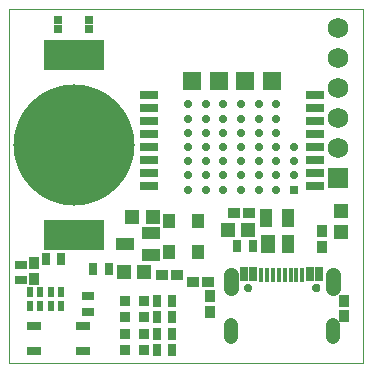
<source format=gts>
G75*
%MOIN*%
%OFA0B0*%
%FSLAX25Y25*%
%IPPOS*%
%LPD*%
%AMOC8*
5,1,8,0,0,1.08239X$1,22.5*
%
%ADD10C,0.00000*%
%ADD11R,0.06306X0.03156*%
%ADD12C,0.02762*%
%ADD13R,0.02762X0.02762*%
%ADD14R,0.06306X0.06306*%
%ADD15R,0.04652X0.04534*%
%ADD16R,0.02565X0.02565*%
%ADD17R,0.04528X0.02953*%
%ADD18R,0.04042X0.03313*%
%ADD19R,0.03313X0.04042*%
%ADD20R,0.04534X0.04652*%
%ADD21R,0.04337X0.06069*%
%ADD22R,0.05124X0.06069*%
%ADD23R,0.03156X0.03943*%
%ADD24R,0.03550X0.03550*%
%ADD25R,0.04337X0.05124*%
%ADD26C,0.40400*%
%ADD27R,0.20400X0.10400*%
%ADD28R,0.02756X0.04528*%
%ADD29R,0.01575X0.04921*%
%ADD30C,0.04928*%
%ADD31C,0.04534*%
%ADD32R,0.02362X0.03543*%
%ADD33R,0.03943X0.03156*%
%ADD34R,0.06900X0.06900*%
%ADD35C,0.06900*%
%ADD36R,0.05912X0.04337*%
D10*
X0018501Y0009674D02*
X0018501Y0127784D01*
X0136611Y0127784D01*
X0136611Y0009674D01*
X0018501Y0009674D01*
X0096887Y0034871D02*
X0096889Y0034940D01*
X0096895Y0035008D01*
X0096905Y0035076D01*
X0096919Y0035143D01*
X0096937Y0035210D01*
X0096958Y0035275D01*
X0096984Y0035339D01*
X0097013Y0035401D01*
X0097045Y0035461D01*
X0097081Y0035520D01*
X0097121Y0035576D01*
X0097163Y0035630D01*
X0097209Y0035681D01*
X0097258Y0035730D01*
X0097309Y0035776D01*
X0097363Y0035818D01*
X0097419Y0035858D01*
X0097477Y0035894D01*
X0097538Y0035926D01*
X0097600Y0035955D01*
X0097664Y0035981D01*
X0097729Y0036002D01*
X0097796Y0036020D01*
X0097863Y0036034D01*
X0097931Y0036044D01*
X0097999Y0036050D01*
X0098068Y0036052D01*
X0098137Y0036050D01*
X0098205Y0036044D01*
X0098273Y0036034D01*
X0098340Y0036020D01*
X0098407Y0036002D01*
X0098472Y0035981D01*
X0098536Y0035955D01*
X0098598Y0035926D01*
X0098658Y0035894D01*
X0098717Y0035858D01*
X0098773Y0035818D01*
X0098827Y0035776D01*
X0098878Y0035730D01*
X0098927Y0035681D01*
X0098973Y0035630D01*
X0099015Y0035576D01*
X0099055Y0035520D01*
X0099091Y0035461D01*
X0099123Y0035401D01*
X0099152Y0035339D01*
X0099178Y0035275D01*
X0099199Y0035210D01*
X0099217Y0035143D01*
X0099231Y0035076D01*
X0099241Y0035008D01*
X0099247Y0034940D01*
X0099249Y0034871D01*
X0099247Y0034802D01*
X0099241Y0034734D01*
X0099231Y0034666D01*
X0099217Y0034599D01*
X0099199Y0034532D01*
X0099178Y0034467D01*
X0099152Y0034403D01*
X0099123Y0034341D01*
X0099091Y0034280D01*
X0099055Y0034222D01*
X0099015Y0034166D01*
X0098973Y0034112D01*
X0098927Y0034061D01*
X0098878Y0034012D01*
X0098827Y0033966D01*
X0098773Y0033924D01*
X0098717Y0033884D01*
X0098659Y0033848D01*
X0098598Y0033816D01*
X0098536Y0033787D01*
X0098472Y0033761D01*
X0098407Y0033740D01*
X0098340Y0033722D01*
X0098273Y0033708D01*
X0098205Y0033698D01*
X0098137Y0033692D01*
X0098068Y0033690D01*
X0097999Y0033692D01*
X0097931Y0033698D01*
X0097863Y0033708D01*
X0097796Y0033722D01*
X0097729Y0033740D01*
X0097664Y0033761D01*
X0097600Y0033787D01*
X0097538Y0033816D01*
X0097477Y0033848D01*
X0097419Y0033884D01*
X0097363Y0033924D01*
X0097309Y0033966D01*
X0097258Y0034012D01*
X0097209Y0034061D01*
X0097163Y0034112D01*
X0097121Y0034166D01*
X0097081Y0034222D01*
X0097045Y0034280D01*
X0097013Y0034341D01*
X0096984Y0034403D01*
X0096958Y0034467D01*
X0096937Y0034532D01*
X0096919Y0034599D01*
X0096905Y0034666D01*
X0096895Y0034734D01*
X0096889Y0034802D01*
X0096887Y0034871D01*
X0119642Y0034871D02*
X0119644Y0034940D01*
X0119650Y0035008D01*
X0119660Y0035076D01*
X0119674Y0035143D01*
X0119692Y0035210D01*
X0119713Y0035275D01*
X0119739Y0035339D01*
X0119768Y0035401D01*
X0119800Y0035461D01*
X0119836Y0035520D01*
X0119876Y0035576D01*
X0119918Y0035630D01*
X0119964Y0035681D01*
X0120013Y0035730D01*
X0120064Y0035776D01*
X0120118Y0035818D01*
X0120174Y0035858D01*
X0120232Y0035894D01*
X0120293Y0035926D01*
X0120355Y0035955D01*
X0120419Y0035981D01*
X0120484Y0036002D01*
X0120551Y0036020D01*
X0120618Y0036034D01*
X0120686Y0036044D01*
X0120754Y0036050D01*
X0120823Y0036052D01*
X0120892Y0036050D01*
X0120960Y0036044D01*
X0121028Y0036034D01*
X0121095Y0036020D01*
X0121162Y0036002D01*
X0121227Y0035981D01*
X0121291Y0035955D01*
X0121353Y0035926D01*
X0121413Y0035894D01*
X0121472Y0035858D01*
X0121528Y0035818D01*
X0121582Y0035776D01*
X0121633Y0035730D01*
X0121682Y0035681D01*
X0121728Y0035630D01*
X0121770Y0035576D01*
X0121810Y0035520D01*
X0121846Y0035461D01*
X0121878Y0035401D01*
X0121907Y0035339D01*
X0121933Y0035275D01*
X0121954Y0035210D01*
X0121972Y0035143D01*
X0121986Y0035076D01*
X0121996Y0035008D01*
X0122002Y0034940D01*
X0122004Y0034871D01*
X0122002Y0034802D01*
X0121996Y0034734D01*
X0121986Y0034666D01*
X0121972Y0034599D01*
X0121954Y0034532D01*
X0121933Y0034467D01*
X0121907Y0034403D01*
X0121878Y0034341D01*
X0121846Y0034280D01*
X0121810Y0034222D01*
X0121770Y0034166D01*
X0121728Y0034112D01*
X0121682Y0034061D01*
X0121633Y0034012D01*
X0121582Y0033966D01*
X0121528Y0033924D01*
X0121472Y0033884D01*
X0121414Y0033848D01*
X0121353Y0033816D01*
X0121291Y0033787D01*
X0121227Y0033761D01*
X0121162Y0033740D01*
X0121095Y0033722D01*
X0121028Y0033708D01*
X0120960Y0033698D01*
X0120892Y0033692D01*
X0120823Y0033690D01*
X0120754Y0033692D01*
X0120686Y0033698D01*
X0120618Y0033708D01*
X0120551Y0033722D01*
X0120484Y0033740D01*
X0120419Y0033761D01*
X0120355Y0033787D01*
X0120293Y0033816D01*
X0120232Y0033848D01*
X0120174Y0033884D01*
X0120118Y0033924D01*
X0120064Y0033966D01*
X0120013Y0034012D01*
X0119964Y0034061D01*
X0119918Y0034112D01*
X0119876Y0034166D01*
X0119836Y0034222D01*
X0119800Y0034280D01*
X0119768Y0034341D01*
X0119739Y0034403D01*
X0119713Y0034467D01*
X0119692Y0034532D01*
X0119674Y0034599D01*
X0119660Y0034666D01*
X0119650Y0034734D01*
X0119644Y0034802D01*
X0119642Y0034871D01*
D11*
X0120469Y0068729D03*
X0120469Y0073060D03*
X0120469Y0077391D03*
X0120469Y0081721D03*
X0120469Y0086052D03*
X0120469Y0090383D03*
X0120469Y0094713D03*
X0120469Y0099044D03*
X0065351Y0099044D03*
X0065351Y0094713D03*
X0065351Y0090383D03*
X0065351Y0086052D03*
X0065351Y0081721D03*
X0065351Y0077391D03*
X0065351Y0073060D03*
X0065351Y0068729D03*
D12*
X0078146Y0067548D03*
X0078146Y0072272D03*
X0078146Y0076997D03*
X0078146Y0081721D03*
X0078146Y0086446D03*
X0078146Y0091170D03*
X0078146Y0095894D03*
X0084052Y0095894D03*
X0084052Y0091170D03*
X0084052Y0086446D03*
X0084052Y0081721D03*
X0084052Y0076997D03*
X0084052Y0072272D03*
X0084052Y0067548D03*
X0089957Y0067548D03*
X0089957Y0072272D03*
X0089957Y0076997D03*
X0089957Y0081721D03*
X0089957Y0086446D03*
X0089957Y0091170D03*
X0089957Y0095894D03*
X0095863Y0095894D03*
X0095863Y0091170D03*
X0095863Y0086446D03*
X0095863Y0081721D03*
X0095863Y0076997D03*
X0095863Y0072272D03*
X0095863Y0067548D03*
X0101768Y0067548D03*
X0101768Y0072272D03*
X0101768Y0076997D03*
X0101768Y0081721D03*
X0101768Y0086446D03*
X0101768Y0091170D03*
X0101768Y0095894D03*
X0107674Y0095894D03*
X0107674Y0091170D03*
X0107674Y0086446D03*
X0107674Y0081721D03*
X0107674Y0076997D03*
X0107674Y0072272D03*
X0107674Y0067548D03*
X0113579Y0072272D03*
X0113579Y0076997D03*
X0113579Y0081721D03*
X0120823Y0034871D03*
X0098068Y0034871D03*
D13*
X0113579Y0067548D03*
D14*
X0106198Y0103769D03*
X0097339Y0103769D03*
X0088481Y0103769D03*
X0079623Y0103769D03*
D15*
X0129131Y0060363D03*
X0129131Y0053473D03*
D16*
X0045371Y0121190D03*
X0045371Y0124143D03*
X0034938Y0124143D03*
X0034938Y0121190D03*
D17*
X0026867Y0022174D03*
X0026867Y0013709D03*
X0043205Y0013709D03*
X0043205Y0022174D03*
D18*
X0069485Y0039202D03*
X0074603Y0039202D03*
X0079721Y0036839D03*
X0084839Y0036839D03*
X0093501Y0059674D03*
X0098619Y0059674D03*
D19*
X0122831Y0053572D03*
X0122831Y0048454D03*
X0130312Y0030343D03*
X0130312Y0025225D03*
X0085430Y0026800D03*
X0085430Y0031918D03*
X0026768Y0037824D03*
X0026768Y0042942D03*
D20*
X0056788Y0039989D03*
X0063678Y0039989D03*
X0066434Y0058493D03*
X0059544Y0058493D03*
X0091434Y0054162D03*
X0098323Y0054162D03*
D21*
X0104131Y0058099D03*
X0111611Y0058099D03*
X0111611Y0049438D03*
D22*
X0104918Y0049438D03*
D23*
X0099800Y0048650D03*
X0094682Y0048650D03*
X0073028Y0030540D03*
X0067910Y0030540D03*
X0067910Y0025028D03*
X0073028Y0025028D03*
X0073028Y0019517D03*
X0067910Y0019517D03*
X0067910Y0014005D03*
X0073028Y0014005D03*
X0051768Y0041170D03*
X0046650Y0041170D03*
X0036020Y0044320D03*
X0030902Y0044320D03*
D24*
X0057083Y0030540D03*
X0057083Y0025028D03*
X0057083Y0019517D03*
X0057083Y0014005D03*
X0063383Y0014005D03*
X0063383Y0019517D03*
X0063383Y0025028D03*
X0063383Y0030540D03*
D25*
X0072044Y0046682D03*
X0081493Y0046682D03*
X0081493Y0056918D03*
X0072044Y0056918D03*
D26*
X0040154Y0082509D03*
D27*
X0040154Y0112509D03*
X0040154Y0052509D03*
D28*
X0096847Y0039300D03*
X0099997Y0039300D03*
X0118894Y0039300D03*
X0122044Y0039300D03*
D29*
X0116335Y0039103D03*
X0114367Y0039103D03*
X0112398Y0039103D03*
X0110430Y0039103D03*
X0108461Y0039103D03*
X0106493Y0039103D03*
X0104524Y0039103D03*
X0102556Y0039103D03*
D30*
X0092438Y0039103D02*
X0092438Y0034576D01*
X0126453Y0034576D02*
X0126453Y0039103D01*
D31*
X0126453Y0022450D02*
X0126453Y0018316D01*
X0092438Y0018316D02*
X0092438Y0022450D01*
D32*
X0036020Y0028572D03*
X0032477Y0028572D03*
X0028934Y0028572D03*
X0025390Y0028572D03*
X0025390Y0033296D03*
X0028934Y0033296D03*
X0032477Y0033296D03*
X0036020Y0033296D03*
D33*
X0044879Y0031918D03*
X0044879Y0026800D03*
X0022438Y0037430D03*
X0022438Y0042548D03*
D34*
X0128343Y0071288D03*
D35*
X0128343Y0081288D03*
X0128343Y0091288D03*
X0128343Y0101288D03*
X0128343Y0111288D03*
X0128343Y0121288D03*
D36*
X0065745Y0053178D03*
X0065745Y0045698D03*
X0057083Y0049438D03*
M02*

</source>
